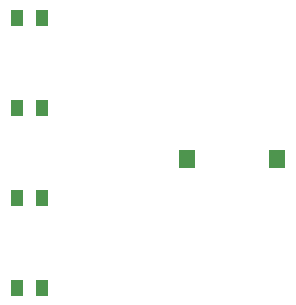
<source format=gbp>
G04 Layer: BottomPasteMaskLayer*
G04 EasyEDA v6.5.22, 2022-11-24 10:27:38*
G04 c2ffbf048bd549cebe30352b3eb0f613,ed70181f279245e6aff80281ee7dc86a,10*
G04 Gerber Generator version 0.2*
G04 Scale: 100 percent, Rotated: No, Reflected: No *
G04 Dimensions in millimeters *
G04 leading zeros omitted , absolute positions ,4 integer and 5 decimal *
%FSLAX45Y45*%
%MOMM*%

%AMMACRO1*21,1,$1,$2,0,0,$3*%
%ADD10MACRO1,1.016X1.397X0.0000*%
%ADD11MACRO1,1.5X1.4X90.0000*%

%LPD*%
D10*
G01*
X2494279Y5524500D03*
G01*
X2280920Y5524500D03*
G01*
X2494279Y4762500D03*
G01*
X2280920Y4762500D03*
G01*
X2494279Y4000500D03*
G01*
X2280920Y4000500D03*
G01*
X2494279Y3238500D03*
G01*
X2280920Y3238500D03*
D11*
G01*
X4482091Y4330698D03*
G01*
X3722105Y4330698D03*
M02*

</source>
